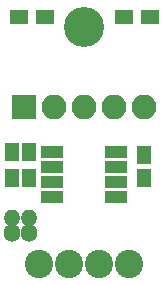
<source format=gbr>
G04 #@! TF.FileFunction,Soldermask,Top*
%FSLAX46Y46*%
G04 Gerber Fmt 4.6, Leading zero omitted, Abs format (unit mm)*
G04 Created by KiCad (PCBNEW 4.0.6) date 11/10/17 20:31:32*
%MOMM*%
%LPD*%
G01*
G04 APERTURE LIST*
%ADD10C,0.100000*%
%ADD11R,2.100000X2.100000*%
%ADD12O,2.100000X2.100000*%
%ADD13O,1.400000X1.500000*%
%ADD14O,1.400000X1.400000*%
%ADD15C,2.400000*%
%ADD16R,1.950000X1.000000*%
%ADD17R,1.150000X1.600000*%
%ADD18O,3.400000X3.400000*%
%ADD19R,1.300000X1.600000*%
%ADD20R,1.600000X1.300000*%
G04 APERTURE END LIST*
D10*
D11*
X126905000Y-106760000D03*
D12*
X129445000Y-106760000D03*
X131985000Y-106760000D03*
X134525000Y-106760000D03*
X137065000Y-106760000D03*
D13*
X127286000Y-117428000D03*
D14*
X127286000Y-116158000D03*
D13*
X125889000Y-117428000D03*
D14*
X125889000Y-116158000D03*
D15*
X135795000Y-120095000D03*
X133255000Y-120095000D03*
X130715000Y-120095000D03*
X128175000Y-120095000D03*
D16*
X129285000Y-110570000D03*
X129285000Y-111840000D03*
X129285000Y-113110000D03*
X129285000Y-114380000D03*
X134685000Y-114380000D03*
X134685000Y-113110000D03*
X134685000Y-111840000D03*
X134685000Y-110570000D03*
D17*
X137065000Y-110890000D03*
X137065000Y-112790000D03*
D18*
X132000000Y-100000000D03*
D19*
X127286000Y-110613000D03*
X127286000Y-112813000D03*
X125889000Y-110613000D03*
X125889000Y-112813000D03*
D20*
X135330000Y-99140000D03*
X137530000Y-99140000D03*
X126440000Y-99140000D03*
X128640000Y-99140000D03*
M02*

</source>
